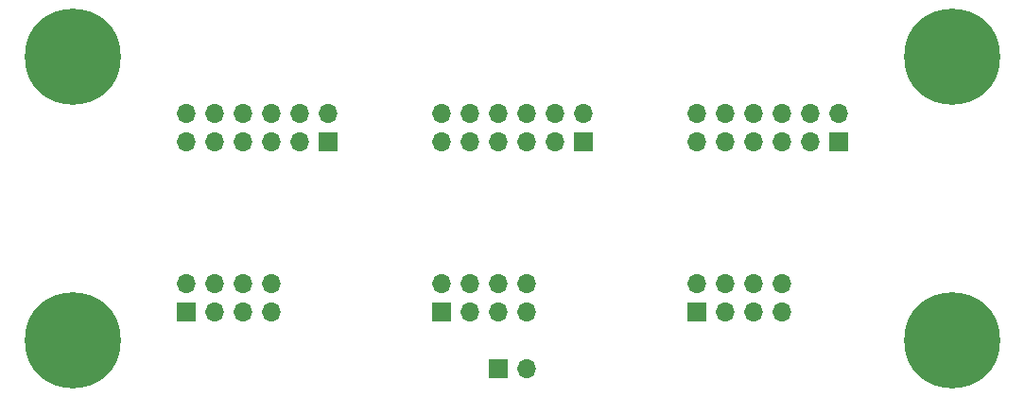
<source format=gbr>
%TF.GenerationSoftware,KiCad,Pcbnew,(6.0.5)*%
%TF.CreationDate,2022-05-29T15:22:12+02:00*%
%TF.ProjectId,pmod_master,706d6f64-5f6d-4617-9374-65722e6b6963,rev?*%
%TF.SameCoordinates,Original*%
%TF.FileFunction,Soldermask,Top*%
%TF.FilePolarity,Negative*%
%FSLAX46Y46*%
G04 Gerber Fmt 4.6, Leading zero omitted, Abs format (unit mm)*
G04 Created by KiCad (PCBNEW (6.0.5)) date 2022-05-29 15:22:12*
%MOMM*%
%LPD*%
G01*
G04 APERTURE LIST*
%ADD10R,1.700000X1.700000*%
%ADD11O,1.700000X1.700000*%
%ADD12C,0.900000*%
%ADD13C,8.600000*%
G04 APERTURE END LIST*
D10*
%TO.C,PMOD2*%
X96520000Y-30480000D03*
D11*
X96520000Y-27940000D03*
X93980000Y-30480000D03*
X93980000Y-27940000D03*
X91440000Y-30480000D03*
X91440000Y-27940000D03*
X88900000Y-30480000D03*
X88900000Y-27940000D03*
X86360000Y-30480000D03*
X86360000Y-27940000D03*
X83820000Y-30480000D03*
X83820000Y-27940000D03*
%TD*%
D10*
%TO.C,PMOD3*%
X119380000Y-30480000D03*
D11*
X119380000Y-27940000D03*
X116840000Y-30480000D03*
X116840000Y-27940000D03*
X114300000Y-30480000D03*
X114300000Y-27940000D03*
X111760000Y-30480000D03*
X111760000Y-27940000D03*
X109220000Y-30480000D03*
X109220000Y-27940000D03*
X106680000Y-30480000D03*
X106680000Y-27940000D03*
%TD*%
D10*
%TO.C,PMOD1*%
X73660000Y-30480000D03*
D11*
X73660000Y-27940000D03*
X71120000Y-30480000D03*
X71120000Y-27940000D03*
X68580000Y-30480000D03*
X68580000Y-27940000D03*
X66040000Y-30480000D03*
X66040000Y-27940000D03*
X63500000Y-30480000D03*
X63500000Y-27940000D03*
X60960000Y-30480000D03*
X60960000Y-27940000D03*
%TD*%
D10*
%TO.C,J4*%
X60960000Y-45720000D03*
D11*
X60960000Y-43180000D03*
X63500000Y-45720000D03*
X63500000Y-43180000D03*
X66040000Y-45720000D03*
X66040000Y-43180000D03*
X68580000Y-45720000D03*
X68580000Y-43180000D03*
%TD*%
D10*
%TO.C,J5*%
X83820000Y-45720000D03*
D11*
X83820000Y-43180000D03*
X86360000Y-45720000D03*
X86360000Y-43180000D03*
X88900000Y-45720000D03*
X88900000Y-43180000D03*
X91440000Y-45720000D03*
X91440000Y-43180000D03*
%TD*%
D10*
%TO.C,J6*%
X106680000Y-45720000D03*
D11*
X106680000Y-43180000D03*
X109220000Y-45720000D03*
X109220000Y-43180000D03*
X111760000Y-45720000D03*
X111760000Y-43180000D03*
X114300000Y-45720000D03*
X114300000Y-43180000D03*
%TD*%
D12*
%TO.C,H3*%
X53080419Y-45979581D03*
X47575000Y-48260000D03*
X54025000Y-48260000D03*
X53080419Y-50540419D03*
X48519581Y-50540419D03*
X50800000Y-45035000D03*
X48519581Y-45979581D03*
X50800000Y-51485000D03*
D13*
X50800000Y-48260000D03*
%TD*%
D12*
%TO.C,H1*%
X50800000Y-26085000D03*
X47575000Y-22860000D03*
X48519581Y-20579581D03*
X54025000Y-22860000D03*
D13*
X50800000Y-22860000D03*
D12*
X50800000Y-19635000D03*
X48519581Y-25140419D03*
X53080419Y-25140419D03*
X53080419Y-20579581D03*
%TD*%
D10*
%TO.C,J1*%
X88900000Y-50800000D03*
D11*
X91440000Y-50800000D03*
%TD*%
D12*
%TO.C,H4*%
X129540000Y-51485000D03*
X131820419Y-45979581D03*
X129540000Y-45035000D03*
D13*
X129540000Y-48260000D03*
D12*
X127259581Y-50540419D03*
X126315000Y-48260000D03*
X132765000Y-48260000D03*
X127259581Y-45979581D03*
X131820419Y-50540419D03*
%TD*%
%TO.C,H2*%
X129540000Y-26085000D03*
X132765000Y-22860000D03*
D13*
X129540000Y-22860000D03*
D12*
X131820419Y-20579581D03*
X127259581Y-25140419D03*
X126315000Y-22860000D03*
X127259581Y-20579581D03*
X131820419Y-25140419D03*
X129540000Y-19635000D03*
%TD*%
M02*

</source>
